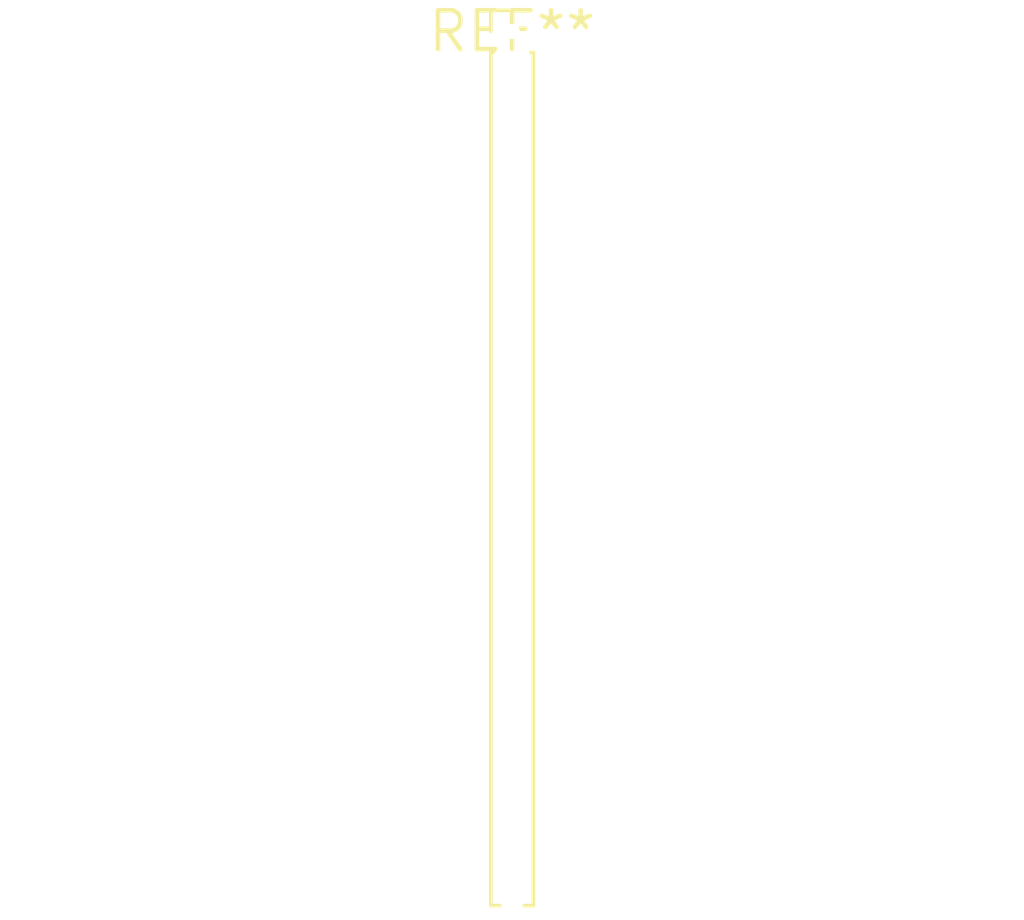
<source format=kicad_pcb>
(kicad_pcb (version 20240108) (generator pcbnew)
  (layers (0 "F.Cu" signal) (31 "B.Cu" signal) (34 "B.Paste" user) (35 "F.Paste" user) (36 "B.SilkS" user "B.Silkscreen") (37 "F.SilkS" user "F.Silkscreen") (38 "B.Mask" user) (39 "F.Mask" user) (44 "Edge.Cuts" user))
  (net 0 "")
  (footprint "PinHeader_1x29_P1.00mm_Vertical" (layer "F.Cu") (at 0 0)
    (property "Reference" "REF**")
    (property "Value" "PinHeader_1x29_P1.00mm_Vertical")
    (fp_line (start -0.695 -0.685) (end 0 -0.685) (layer "F.SilkS") (stroke (width 0.12)))
    (fp_line (start -0.695 0) (end -0.695 -0.685) (layer "F.SilkS") (stroke (width 0.12)))
    (fp_line (start -0.695 0.685) (end -0.695 28.56) (layer "F.SilkS") (stroke (width 0.12)))
    (fp_line (start -0.695 0.685) (end -0.608276 0.685) (layer "F.SilkS") (stroke (width 0.12)))
    (fp_line (start -0.695 28.56) (end -0.394493 28.56) (layer "F.SilkS") (stroke (width 0.12)))
    (fp_line (start 0.394493 28.56) (end 0.695 28.56) (layer "F.SilkS") (stroke (width 0.12)))
    (fp_line (start 0.608276 0.685) (end 0.695 0.685) (layer "F.SilkS") (stroke (width 0.12)))
    (fp_line (start 0.695 0.685) (end 0.695 28.56) (layer "F.SilkS") (stroke (width 0.12)))
    (pad "1" thru_hole rect (at 0 0) (size 0.85 0.85) (drill 0.5) (layers *.Cu *.Mask) (remove_unused_layers))
    (pad "2" thru_hole oval (at 0 1) (size 0.85 0.85) (drill 0.5) (layers *.Cu *.Mask) (remove_unused_layers))
    (pad "3" thru_hole oval (at 0 2) (size 0.85 0.85) (drill 0.5) (layers *.Cu *.Mask) (remove_unused_layers))
    (pad "4" thru_hole oval (at 0 3) (size 0.85 0.85) (drill 0.5) (layers *.Cu *.Mask) (remove_unused_layers))
    (pad "5" thru_hole oval (at 0 4) (size 0.85 0.85) (drill 0.5) (layers *.Cu *.Mask) (remove_unused_layers))
    (pad "6" thru_hole oval (at 0 5) (size 0.85 0.85) (drill 0.5) (layers *.Cu *.Mask) (remove_unused_layers))
    (pad "7" thru_hole oval (at 0 6) (size 0.85 0.85) (drill 0.5) (layers *.Cu *.Mask) (remove_unused_layers))
    (pad "8" thru_hole oval (at 0 7) (size 0.85 0.85) (drill 0.5) (layers *.Cu *.Mask) (remove_unused_layers))
    (pad "9" thru_hole oval (at 0 8) (size 0.85 0.85) (drill 0.5) (layers *.Cu *.Mask) (remove_unused_layers))
    (pad "10" thru_hole oval (at 0 9) (size 0.85 0.85) (drill 0.5) (layers *.Cu *.Mask) (remove_unused_layers))
    (pad "11" thru_hole oval (at 0 10) (size 0.85 0.85) (drill 0.5) (layers *.Cu *.Mask) (remove_unused_layers))
    (pad "12" thru_hole oval (at 0 11) (size 0.85 0.85) (drill 0.5) (layers *.Cu *.Mask) (remove_unused_layers))
    (pad "13" thru_hole oval (at 0 12) (size 0.85 0.85) (drill 0.5) (layers *.Cu *.Mask) (remove_unused_layers))
    (pad "14" thru_hole oval (at 0 13) (size 0.85 0.85) (drill 0.5) (layers *.Cu *.Mask) (remove_unused_layers))
    (pad "15" thru_hole oval (at 0 14) (size 0.85 0.85) (drill 0.5) (layers *.Cu *.Mask) (remove_unused_layers))
    (pad "16" thru_hole oval (at 0 15) (size 0.85 0.85) (drill 0.5) (layers *.Cu *.Mask) (remove_unused_layers))
    (pad "17" thru_hole oval (at 0 16) (size 0.85 0.85) (drill 0.5) (layers *.Cu *.Mask) (remove_unused_layers))
    (pad "18" thru_hole oval (at 0 17) (size 0.85 0.85) (drill 0.5) (layers *.Cu *.Mask) (remove_unused_layers))
    (pad "19" thru_hole oval (at 0 18) (size 0.85 0.85) (drill 0.5) (layers *.Cu *.Mask) (remove_unused_layers))
    (pad "20" thru_hole oval (at 0 19) (size 0.85 0.85) (drill 0.5) (layers *.Cu *.Mask) (remove_unused_layers))
    (pad "21" thru_hole oval (at 0 20) (size 0.85 0.85) (drill 0.5) (layers *.Cu *.Mask) (remove_unused_layers))
    (pad "22" thru_hole oval (at 0 21) (size 0.85 0.85) (drill 0.5) (layers *.Cu *.Mask) (remove_unused_layers))
    (pad "23" thru_hole oval (at 0 22) (size 0.85 0.85) (drill 0.5) (layers *.Cu *.Mask) (remove_unused_layers))
    (pad "24" thru_hole oval (at 0 23) (size 0.85 0.85) (drill 0.5) (layers *.Cu *.Mask) (remove_unused_layers))
    (pad "25" thru_hole oval (at 0 24) (size 0.85 0.85) (drill 0.5) (layers *.Cu *.Mask) (remove_unused_layers))
    (pad "26" thru_hole oval (at 0 25) (size 0.85 0.85) (drill 0.5) (layers *.Cu *.Mask) (remove_unused_layers))
    (pad "27" thru_hole oval (at 0 26) (size 0.85 0.85) (drill 0.5) (layers *.Cu *.Mask) (remove_unused_layers))
    (pad "28" thru_hole oval (at 0 27) (size 0.85 0.85) (drill 0.5) (layers *.Cu *.Mask) (remove_unused_layers))
    (pad "29" thru_hole oval (at 0 28) (size 0.85 0.85) (drill 0.5) (layers *.Cu *.Mask) (remove_unused_layers))
  )
)
</source>
